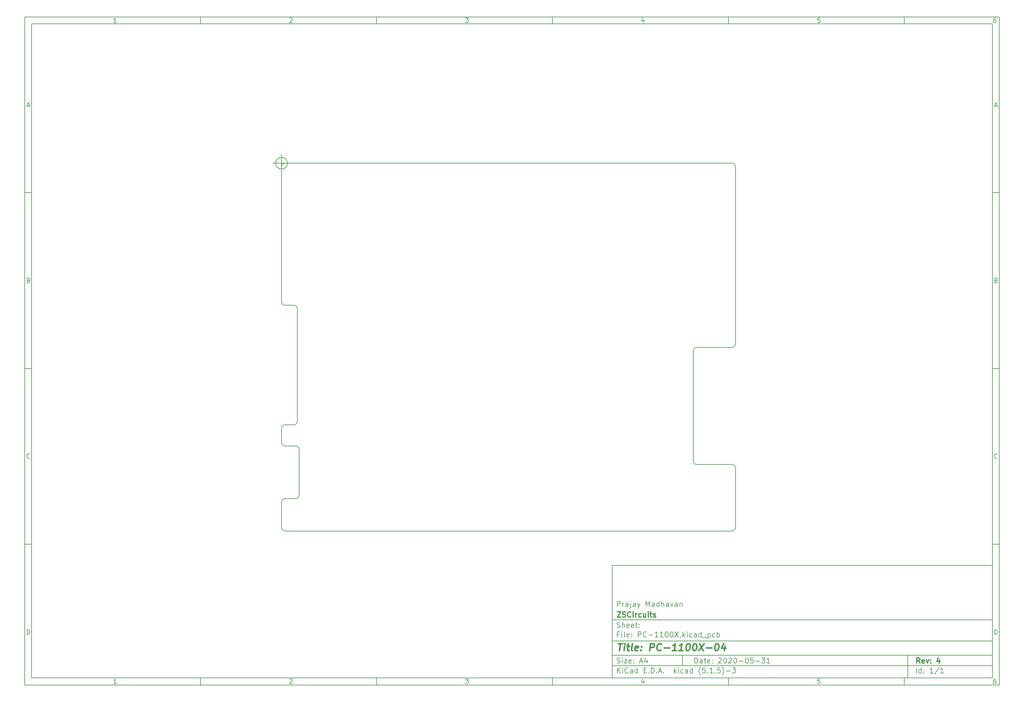
<source format=gbr>
G04 #@! TF.GenerationSoftware,KiCad,Pcbnew,(5.1.5)-3*
G04 #@! TF.CreationDate,2020-12-06T10:31:10+05:30*
G04 #@! TF.ProjectId,PC-1100X,50432d31-3130-4305-982e-6b696361645f,4*
G04 #@! TF.SameCoordinates,Original*
G04 #@! TF.FileFunction,Paste,Bot*
G04 #@! TF.FilePolarity,Positive*
%FSLAX46Y46*%
G04 Gerber Fmt 4.6, Leading zero omitted, Abs format (unit mm)*
G04 Created by KiCad (PCBNEW (5.1.5)-3) date 2020-12-06 10:31:10*
%MOMM*%
%LPD*%
G04 APERTURE LIST*
%ADD10C,0.100000*%
%ADD11C,0.150000*%
%ADD12C,0.300000*%
%ADD13C,0.400000*%
G04 #@! TA.AperFunction,Profile*
%ADD14C,0.150000*%
G04 #@! TD*
G04 APERTURE END LIST*
D10*
D11*
X177002200Y-166007200D02*
X177002200Y-198007200D01*
X285002200Y-198007200D01*
X285002200Y-166007200D01*
X177002200Y-166007200D01*
D10*
D11*
X10000000Y-10000000D02*
X10000000Y-200007200D01*
X287002200Y-200007200D01*
X287002200Y-10000000D01*
X10000000Y-10000000D01*
D10*
D11*
X12000000Y-12000000D02*
X12000000Y-198007200D01*
X285002200Y-198007200D01*
X285002200Y-12000000D01*
X12000000Y-12000000D01*
D10*
D11*
X60000000Y-12000000D02*
X60000000Y-10000000D01*
D10*
D11*
X110000000Y-12000000D02*
X110000000Y-10000000D01*
D10*
D11*
X160000000Y-12000000D02*
X160000000Y-10000000D01*
D10*
D11*
X210000000Y-12000000D02*
X210000000Y-10000000D01*
D10*
D11*
X260000000Y-12000000D02*
X260000000Y-10000000D01*
D10*
D11*
X36065476Y-11588095D02*
X35322619Y-11588095D01*
X35694047Y-11588095D02*
X35694047Y-10288095D01*
X35570238Y-10473809D01*
X35446428Y-10597619D01*
X35322619Y-10659523D01*
D10*
D11*
X85322619Y-10411904D02*
X85384523Y-10350000D01*
X85508333Y-10288095D01*
X85817857Y-10288095D01*
X85941666Y-10350000D01*
X86003571Y-10411904D01*
X86065476Y-10535714D01*
X86065476Y-10659523D01*
X86003571Y-10845238D01*
X85260714Y-11588095D01*
X86065476Y-11588095D01*
D10*
D11*
X135260714Y-10288095D02*
X136065476Y-10288095D01*
X135632142Y-10783333D01*
X135817857Y-10783333D01*
X135941666Y-10845238D01*
X136003571Y-10907142D01*
X136065476Y-11030952D01*
X136065476Y-11340476D01*
X136003571Y-11464285D01*
X135941666Y-11526190D01*
X135817857Y-11588095D01*
X135446428Y-11588095D01*
X135322619Y-11526190D01*
X135260714Y-11464285D01*
D10*
D11*
X185941666Y-10721428D02*
X185941666Y-11588095D01*
X185632142Y-10226190D02*
X185322619Y-11154761D01*
X186127380Y-11154761D01*
D10*
D11*
X236003571Y-10288095D02*
X235384523Y-10288095D01*
X235322619Y-10907142D01*
X235384523Y-10845238D01*
X235508333Y-10783333D01*
X235817857Y-10783333D01*
X235941666Y-10845238D01*
X236003571Y-10907142D01*
X236065476Y-11030952D01*
X236065476Y-11340476D01*
X236003571Y-11464285D01*
X235941666Y-11526190D01*
X235817857Y-11588095D01*
X235508333Y-11588095D01*
X235384523Y-11526190D01*
X235322619Y-11464285D01*
D10*
D11*
X285941666Y-10288095D02*
X285694047Y-10288095D01*
X285570238Y-10350000D01*
X285508333Y-10411904D01*
X285384523Y-10597619D01*
X285322619Y-10845238D01*
X285322619Y-11340476D01*
X285384523Y-11464285D01*
X285446428Y-11526190D01*
X285570238Y-11588095D01*
X285817857Y-11588095D01*
X285941666Y-11526190D01*
X286003571Y-11464285D01*
X286065476Y-11340476D01*
X286065476Y-11030952D01*
X286003571Y-10907142D01*
X285941666Y-10845238D01*
X285817857Y-10783333D01*
X285570238Y-10783333D01*
X285446428Y-10845238D01*
X285384523Y-10907142D01*
X285322619Y-11030952D01*
D10*
D11*
X60000000Y-198007200D02*
X60000000Y-200007200D01*
D10*
D11*
X110000000Y-198007200D02*
X110000000Y-200007200D01*
D10*
D11*
X160000000Y-198007200D02*
X160000000Y-200007200D01*
D10*
D11*
X210000000Y-198007200D02*
X210000000Y-200007200D01*
D10*
D11*
X260000000Y-198007200D02*
X260000000Y-200007200D01*
D10*
D11*
X36065476Y-199595295D02*
X35322619Y-199595295D01*
X35694047Y-199595295D02*
X35694047Y-198295295D01*
X35570238Y-198481009D01*
X35446428Y-198604819D01*
X35322619Y-198666723D01*
D10*
D11*
X85322619Y-198419104D02*
X85384523Y-198357200D01*
X85508333Y-198295295D01*
X85817857Y-198295295D01*
X85941666Y-198357200D01*
X86003571Y-198419104D01*
X86065476Y-198542914D01*
X86065476Y-198666723D01*
X86003571Y-198852438D01*
X85260714Y-199595295D01*
X86065476Y-199595295D01*
D10*
D11*
X135260714Y-198295295D02*
X136065476Y-198295295D01*
X135632142Y-198790533D01*
X135817857Y-198790533D01*
X135941666Y-198852438D01*
X136003571Y-198914342D01*
X136065476Y-199038152D01*
X136065476Y-199347676D01*
X136003571Y-199471485D01*
X135941666Y-199533390D01*
X135817857Y-199595295D01*
X135446428Y-199595295D01*
X135322619Y-199533390D01*
X135260714Y-199471485D01*
D10*
D11*
X185941666Y-198728628D02*
X185941666Y-199595295D01*
X185632142Y-198233390D02*
X185322619Y-199161961D01*
X186127380Y-199161961D01*
D10*
D11*
X236003571Y-198295295D02*
X235384523Y-198295295D01*
X235322619Y-198914342D01*
X235384523Y-198852438D01*
X235508333Y-198790533D01*
X235817857Y-198790533D01*
X235941666Y-198852438D01*
X236003571Y-198914342D01*
X236065476Y-199038152D01*
X236065476Y-199347676D01*
X236003571Y-199471485D01*
X235941666Y-199533390D01*
X235817857Y-199595295D01*
X235508333Y-199595295D01*
X235384523Y-199533390D01*
X235322619Y-199471485D01*
D10*
D11*
X285941666Y-198295295D02*
X285694047Y-198295295D01*
X285570238Y-198357200D01*
X285508333Y-198419104D01*
X285384523Y-198604819D01*
X285322619Y-198852438D01*
X285322619Y-199347676D01*
X285384523Y-199471485D01*
X285446428Y-199533390D01*
X285570238Y-199595295D01*
X285817857Y-199595295D01*
X285941666Y-199533390D01*
X286003571Y-199471485D01*
X286065476Y-199347676D01*
X286065476Y-199038152D01*
X286003571Y-198914342D01*
X285941666Y-198852438D01*
X285817857Y-198790533D01*
X285570238Y-198790533D01*
X285446428Y-198852438D01*
X285384523Y-198914342D01*
X285322619Y-199038152D01*
D10*
D11*
X10000000Y-60000000D02*
X12000000Y-60000000D01*
D10*
D11*
X10000000Y-110000000D02*
X12000000Y-110000000D01*
D10*
D11*
X10000000Y-160000000D02*
X12000000Y-160000000D01*
D10*
D11*
X10690476Y-35216666D02*
X11309523Y-35216666D01*
X10566666Y-35588095D02*
X11000000Y-34288095D01*
X11433333Y-35588095D01*
D10*
D11*
X11092857Y-84907142D02*
X11278571Y-84969047D01*
X11340476Y-85030952D01*
X11402380Y-85154761D01*
X11402380Y-85340476D01*
X11340476Y-85464285D01*
X11278571Y-85526190D01*
X11154761Y-85588095D01*
X10659523Y-85588095D01*
X10659523Y-84288095D01*
X11092857Y-84288095D01*
X11216666Y-84350000D01*
X11278571Y-84411904D01*
X11340476Y-84535714D01*
X11340476Y-84659523D01*
X11278571Y-84783333D01*
X11216666Y-84845238D01*
X11092857Y-84907142D01*
X10659523Y-84907142D01*
D10*
D11*
X11402380Y-135464285D02*
X11340476Y-135526190D01*
X11154761Y-135588095D01*
X11030952Y-135588095D01*
X10845238Y-135526190D01*
X10721428Y-135402380D01*
X10659523Y-135278571D01*
X10597619Y-135030952D01*
X10597619Y-134845238D01*
X10659523Y-134597619D01*
X10721428Y-134473809D01*
X10845238Y-134350000D01*
X11030952Y-134288095D01*
X11154761Y-134288095D01*
X11340476Y-134350000D01*
X11402380Y-134411904D01*
D10*
D11*
X10659523Y-185588095D02*
X10659523Y-184288095D01*
X10969047Y-184288095D01*
X11154761Y-184350000D01*
X11278571Y-184473809D01*
X11340476Y-184597619D01*
X11402380Y-184845238D01*
X11402380Y-185030952D01*
X11340476Y-185278571D01*
X11278571Y-185402380D01*
X11154761Y-185526190D01*
X10969047Y-185588095D01*
X10659523Y-185588095D01*
D10*
D11*
X287002200Y-60000000D02*
X285002200Y-60000000D01*
D10*
D11*
X287002200Y-110000000D02*
X285002200Y-110000000D01*
D10*
D11*
X287002200Y-160000000D02*
X285002200Y-160000000D01*
D10*
D11*
X285692676Y-35216666D02*
X286311723Y-35216666D01*
X285568866Y-35588095D02*
X286002200Y-34288095D01*
X286435533Y-35588095D01*
D10*
D11*
X286095057Y-84907142D02*
X286280771Y-84969047D01*
X286342676Y-85030952D01*
X286404580Y-85154761D01*
X286404580Y-85340476D01*
X286342676Y-85464285D01*
X286280771Y-85526190D01*
X286156961Y-85588095D01*
X285661723Y-85588095D01*
X285661723Y-84288095D01*
X286095057Y-84288095D01*
X286218866Y-84350000D01*
X286280771Y-84411904D01*
X286342676Y-84535714D01*
X286342676Y-84659523D01*
X286280771Y-84783333D01*
X286218866Y-84845238D01*
X286095057Y-84907142D01*
X285661723Y-84907142D01*
D10*
D11*
X286404580Y-135464285D02*
X286342676Y-135526190D01*
X286156961Y-135588095D01*
X286033152Y-135588095D01*
X285847438Y-135526190D01*
X285723628Y-135402380D01*
X285661723Y-135278571D01*
X285599819Y-135030952D01*
X285599819Y-134845238D01*
X285661723Y-134597619D01*
X285723628Y-134473809D01*
X285847438Y-134350000D01*
X286033152Y-134288095D01*
X286156961Y-134288095D01*
X286342676Y-134350000D01*
X286404580Y-134411904D01*
D10*
D11*
X285661723Y-185588095D02*
X285661723Y-184288095D01*
X285971247Y-184288095D01*
X286156961Y-184350000D01*
X286280771Y-184473809D01*
X286342676Y-184597619D01*
X286404580Y-184845238D01*
X286404580Y-185030952D01*
X286342676Y-185278571D01*
X286280771Y-185402380D01*
X286156961Y-185526190D01*
X285971247Y-185588095D01*
X285661723Y-185588095D01*
D10*
D11*
X200434342Y-193785771D02*
X200434342Y-192285771D01*
X200791485Y-192285771D01*
X201005771Y-192357200D01*
X201148628Y-192500057D01*
X201220057Y-192642914D01*
X201291485Y-192928628D01*
X201291485Y-193142914D01*
X201220057Y-193428628D01*
X201148628Y-193571485D01*
X201005771Y-193714342D01*
X200791485Y-193785771D01*
X200434342Y-193785771D01*
X202577200Y-193785771D02*
X202577200Y-193000057D01*
X202505771Y-192857200D01*
X202362914Y-192785771D01*
X202077200Y-192785771D01*
X201934342Y-192857200D01*
X202577200Y-193714342D02*
X202434342Y-193785771D01*
X202077200Y-193785771D01*
X201934342Y-193714342D01*
X201862914Y-193571485D01*
X201862914Y-193428628D01*
X201934342Y-193285771D01*
X202077200Y-193214342D01*
X202434342Y-193214342D01*
X202577200Y-193142914D01*
X203077200Y-192785771D02*
X203648628Y-192785771D01*
X203291485Y-192285771D02*
X203291485Y-193571485D01*
X203362914Y-193714342D01*
X203505771Y-193785771D01*
X203648628Y-193785771D01*
X204720057Y-193714342D02*
X204577200Y-193785771D01*
X204291485Y-193785771D01*
X204148628Y-193714342D01*
X204077200Y-193571485D01*
X204077200Y-193000057D01*
X204148628Y-192857200D01*
X204291485Y-192785771D01*
X204577200Y-192785771D01*
X204720057Y-192857200D01*
X204791485Y-193000057D01*
X204791485Y-193142914D01*
X204077200Y-193285771D01*
X205434342Y-193642914D02*
X205505771Y-193714342D01*
X205434342Y-193785771D01*
X205362914Y-193714342D01*
X205434342Y-193642914D01*
X205434342Y-193785771D01*
X205434342Y-192857200D02*
X205505771Y-192928628D01*
X205434342Y-193000057D01*
X205362914Y-192928628D01*
X205434342Y-192857200D01*
X205434342Y-193000057D01*
X207220057Y-192428628D02*
X207291485Y-192357200D01*
X207434342Y-192285771D01*
X207791485Y-192285771D01*
X207934342Y-192357200D01*
X208005771Y-192428628D01*
X208077200Y-192571485D01*
X208077200Y-192714342D01*
X208005771Y-192928628D01*
X207148628Y-193785771D01*
X208077200Y-193785771D01*
X209005771Y-192285771D02*
X209148628Y-192285771D01*
X209291485Y-192357200D01*
X209362914Y-192428628D01*
X209434342Y-192571485D01*
X209505771Y-192857200D01*
X209505771Y-193214342D01*
X209434342Y-193500057D01*
X209362914Y-193642914D01*
X209291485Y-193714342D01*
X209148628Y-193785771D01*
X209005771Y-193785771D01*
X208862914Y-193714342D01*
X208791485Y-193642914D01*
X208720057Y-193500057D01*
X208648628Y-193214342D01*
X208648628Y-192857200D01*
X208720057Y-192571485D01*
X208791485Y-192428628D01*
X208862914Y-192357200D01*
X209005771Y-192285771D01*
X210077200Y-192428628D02*
X210148628Y-192357200D01*
X210291485Y-192285771D01*
X210648628Y-192285771D01*
X210791485Y-192357200D01*
X210862914Y-192428628D01*
X210934342Y-192571485D01*
X210934342Y-192714342D01*
X210862914Y-192928628D01*
X210005771Y-193785771D01*
X210934342Y-193785771D01*
X211862914Y-192285771D02*
X212005771Y-192285771D01*
X212148628Y-192357200D01*
X212220057Y-192428628D01*
X212291485Y-192571485D01*
X212362914Y-192857200D01*
X212362914Y-193214342D01*
X212291485Y-193500057D01*
X212220057Y-193642914D01*
X212148628Y-193714342D01*
X212005771Y-193785771D01*
X211862914Y-193785771D01*
X211720057Y-193714342D01*
X211648628Y-193642914D01*
X211577200Y-193500057D01*
X211505771Y-193214342D01*
X211505771Y-192857200D01*
X211577200Y-192571485D01*
X211648628Y-192428628D01*
X211720057Y-192357200D01*
X211862914Y-192285771D01*
X213005771Y-193214342D02*
X214148628Y-193214342D01*
X215148628Y-192285771D02*
X215291485Y-192285771D01*
X215434342Y-192357200D01*
X215505771Y-192428628D01*
X215577200Y-192571485D01*
X215648628Y-192857200D01*
X215648628Y-193214342D01*
X215577200Y-193500057D01*
X215505771Y-193642914D01*
X215434342Y-193714342D01*
X215291485Y-193785771D01*
X215148628Y-193785771D01*
X215005771Y-193714342D01*
X214934342Y-193642914D01*
X214862914Y-193500057D01*
X214791485Y-193214342D01*
X214791485Y-192857200D01*
X214862914Y-192571485D01*
X214934342Y-192428628D01*
X215005771Y-192357200D01*
X215148628Y-192285771D01*
X217005771Y-192285771D02*
X216291485Y-192285771D01*
X216220057Y-193000057D01*
X216291485Y-192928628D01*
X216434342Y-192857200D01*
X216791485Y-192857200D01*
X216934342Y-192928628D01*
X217005771Y-193000057D01*
X217077200Y-193142914D01*
X217077200Y-193500057D01*
X217005771Y-193642914D01*
X216934342Y-193714342D01*
X216791485Y-193785771D01*
X216434342Y-193785771D01*
X216291485Y-193714342D01*
X216220057Y-193642914D01*
X217720057Y-193214342D02*
X218862914Y-193214342D01*
X219434342Y-192285771D02*
X220362914Y-192285771D01*
X219862914Y-192857200D01*
X220077200Y-192857200D01*
X220220057Y-192928628D01*
X220291485Y-193000057D01*
X220362914Y-193142914D01*
X220362914Y-193500057D01*
X220291485Y-193642914D01*
X220220057Y-193714342D01*
X220077200Y-193785771D01*
X219648628Y-193785771D01*
X219505771Y-193714342D01*
X219434342Y-193642914D01*
X221791485Y-193785771D02*
X220934342Y-193785771D01*
X221362914Y-193785771D02*
X221362914Y-192285771D01*
X221220057Y-192500057D01*
X221077200Y-192642914D01*
X220934342Y-192714342D01*
D10*
D11*
X177002200Y-194507200D02*
X285002200Y-194507200D01*
D10*
D11*
X178434342Y-196585771D02*
X178434342Y-195085771D01*
X179291485Y-196585771D02*
X178648628Y-195728628D01*
X179291485Y-195085771D02*
X178434342Y-195942914D01*
X179934342Y-196585771D02*
X179934342Y-195585771D01*
X179934342Y-195085771D02*
X179862914Y-195157200D01*
X179934342Y-195228628D01*
X180005771Y-195157200D01*
X179934342Y-195085771D01*
X179934342Y-195228628D01*
X181505771Y-196442914D02*
X181434342Y-196514342D01*
X181220057Y-196585771D01*
X181077200Y-196585771D01*
X180862914Y-196514342D01*
X180720057Y-196371485D01*
X180648628Y-196228628D01*
X180577200Y-195942914D01*
X180577200Y-195728628D01*
X180648628Y-195442914D01*
X180720057Y-195300057D01*
X180862914Y-195157200D01*
X181077200Y-195085771D01*
X181220057Y-195085771D01*
X181434342Y-195157200D01*
X181505771Y-195228628D01*
X182791485Y-196585771D02*
X182791485Y-195800057D01*
X182720057Y-195657200D01*
X182577200Y-195585771D01*
X182291485Y-195585771D01*
X182148628Y-195657200D01*
X182791485Y-196514342D02*
X182648628Y-196585771D01*
X182291485Y-196585771D01*
X182148628Y-196514342D01*
X182077200Y-196371485D01*
X182077200Y-196228628D01*
X182148628Y-196085771D01*
X182291485Y-196014342D01*
X182648628Y-196014342D01*
X182791485Y-195942914D01*
X184148628Y-196585771D02*
X184148628Y-195085771D01*
X184148628Y-196514342D02*
X184005771Y-196585771D01*
X183720057Y-196585771D01*
X183577200Y-196514342D01*
X183505771Y-196442914D01*
X183434342Y-196300057D01*
X183434342Y-195871485D01*
X183505771Y-195728628D01*
X183577200Y-195657200D01*
X183720057Y-195585771D01*
X184005771Y-195585771D01*
X184148628Y-195657200D01*
X186005771Y-195800057D02*
X186505771Y-195800057D01*
X186720057Y-196585771D02*
X186005771Y-196585771D01*
X186005771Y-195085771D01*
X186720057Y-195085771D01*
X187362914Y-196442914D02*
X187434342Y-196514342D01*
X187362914Y-196585771D01*
X187291485Y-196514342D01*
X187362914Y-196442914D01*
X187362914Y-196585771D01*
X188077200Y-196585771D02*
X188077200Y-195085771D01*
X188434342Y-195085771D01*
X188648628Y-195157200D01*
X188791485Y-195300057D01*
X188862914Y-195442914D01*
X188934342Y-195728628D01*
X188934342Y-195942914D01*
X188862914Y-196228628D01*
X188791485Y-196371485D01*
X188648628Y-196514342D01*
X188434342Y-196585771D01*
X188077200Y-196585771D01*
X189577200Y-196442914D02*
X189648628Y-196514342D01*
X189577200Y-196585771D01*
X189505771Y-196514342D01*
X189577200Y-196442914D01*
X189577200Y-196585771D01*
X190220057Y-196157200D02*
X190934342Y-196157200D01*
X190077200Y-196585771D02*
X190577200Y-195085771D01*
X191077200Y-196585771D01*
X191577200Y-196442914D02*
X191648628Y-196514342D01*
X191577200Y-196585771D01*
X191505771Y-196514342D01*
X191577200Y-196442914D01*
X191577200Y-196585771D01*
X194577200Y-196585771D02*
X194577200Y-195085771D01*
X194720057Y-196014342D02*
X195148628Y-196585771D01*
X195148628Y-195585771D02*
X194577200Y-196157200D01*
X195791485Y-196585771D02*
X195791485Y-195585771D01*
X195791485Y-195085771D02*
X195720057Y-195157200D01*
X195791485Y-195228628D01*
X195862914Y-195157200D01*
X195791485Y-195085771D01*
X195791485Y-195228628D01*
X197148628Y-196514342D02*
X197005771Y-196585771D01*
X196720057Y-196585771D01*
X196577200Y-196514342D01*
X196505771Y-196442914D01*
X196434342Y-196300057D01*
X196434342Y-195871485D01*
X196505771Y-195728628D01*
X196577200Y-195657200D01*
X196720057Y-195585771D01*
X197005771Y-195585771D01*
X197148628Y-195657200D01*
X198434342Y-196585771D02*
X198434342Y-195800057D01*
X198362914Y-195657200D01*
X198220057Y-195585771D01*
X197934342Y-195585771D01*
X197791485Y-195657200D01*
X198434342Y-196514342D02*
X198291485Y-196585771D01*
X197934342Y-196585771D01*
X197791485Y-196514342D01*
X197720057Y-196371485D01*
X197720057Y-196228628D01*
X197791485Y-196085771D01*
X197934342Y-196014342D01*
X198291485Y-196014342D01*
X198434342Y-195942914D01*
X199791485Y-196585771D02*
X199791485Y-195085771D01*
X199791485Y-196514342D02*
X199648628Y-196585771D01*
X199362914Y-196585771D01*
X199220057Y-196514342D01*
X199148628Y-196442914D01*
X199077200Y-196300057D01*
X199077200Y-195871485D01*
X199148628Y-195728628D01*
X199220057Y-195657200D01*
X199362914Y-195585771D01*
X199648628Y-195585771D01*
X199791485Y-195657200D01*
X202077200Y-197157200D02*
X202005771Y-197085771D01*
X201862914Y-196871485D01*
X201791485Y-196728628D01*
X201720057Y-196514342D01*
X201648628Y-196157200D01*
X201648628Y-195871485D01*
X201720057Y-195514342D01*
X201791485Y-195300057D01*
X201862914Y-195157200D01*
X202005771Y-194942914D01*
X202077200Y-194871485D01*
X203362914Y-195085771D02*
X202648628Y-195085771D01*
X202577200Y-195800057D01*
X202648628Y-195728628D01*
X202791485Y-195657200D01*
X203148628Y-195657200D01*
X203291485Y-195728628D01*
X203362914Y-195800057D01*
X203434342Y-195942914D01*
X203434342Y-196300057D01*
X203362914Y-196442914D01*
X203291485Y-196514342D01*
X203148628Y-196585771D01*
X202791485Y-196585771D01*
X202648628Y-196514342D01*
X202577200Y-196442914D01*
X204077200Y-196442914D02*
X204148628Y-196514342D01*
X204077200Y-196585771D01*
X204005771Y-196514342D01*
X204077200Y-196442914D01*
X204077200Y-196585771D01*
X205577200Y-196585771D02*
X204720057Y-196585771D01*
X205148628Y-196585771D02*
X205148628Y-195085771D01*
X205005771Y-195300057D01*
X204862914Y-195442914D01*
X204720057Y-195514342D01*
X206220057Y-196442914D02*
X206291485Y-196514342D01*
X206220057Y-196585771D01*
X206148628Y-196514342D01*
X206220057Y-196442914D01*
X206220057Y-196585771D01*
X207648628Y-195085771D02*
X206934342Y-195085771D01*
X206862914Y-195800057D01*
X206934342Y-195728628D01*
X207077200Y-195657200D01*
X207434342Y-195657200D01*
X207577200Y-195728628D01*
X207648628Y-195800057D01*
X207720057Y-195942914D01*
X207720057Y-196300057D01*
X207648628Y-196442914D01*
X207577200Y-196514342D01*
X207434342Y-196585771D01*
X207077200Y-196585771D01*
X206934342Y-196514342D01*
X206862914Y-196442914D01*
X208220057Y-197157200D02*
X208291485Y-197085771D01*
X208434342Y-196871485D01*
X208505771Y-196728628D01*
X208577200Y-196514342D01*
X208648628Y-196157200D01*
X208648628Y-195871485D01*
X208577200Y-195514342D01*
X208505771Y-195300057D01*
X208434342Y-195157200D01*
X208291485Y-194942914D01*
X208220057Y-194871485D01*
X209362914Y-196014342D02*
X210505771Y-196014342D01*
X211077200Y-195085771D02*
X212005771Y-195085771D01*
X211505771Y-195657200D01*
X211720057Y-195657200D01*
X211862914Y-195728628D01*
X211934342Y-195800057D01*
X212005771Y-195942914D01*
X212005771Y-196300057D01*
X211934342Y-196442914D01*
X211862914Y-196514342D01*
X211720057Y-196585771D01*
X211291485Y-196585771D01*
X211148628Y-196514342D01*
X211077200Y-196442914D01*
D10*
D11*
X177002200Y-191507200D02*
X285002200Y-191507200D01*
D10*
D12*
X264411485Y-193785771D02*
X263911485Y-193071485D01*
X263554342Y-193785771D02*
X263554342Y-192285771D01*
X264125771Y-192285771D01*
X264268628Y-192357200D01*
X264340057Y-192428628D01*
X264411485Y-192571485D01*
X264411485Y-192785771D01*
X264340057Y-192928628D01*
X264268628Y-193000057D01*
X264125771Y-193071485D01*
X263554342Y-193071485D01*
X265625771Y-193714342D02*
X265482914Y-193785771D01*
X265197200Y-193785771D01*
X265054342Y-193714342D01*
X264982914Y-193571485D01*
X264982914Y-193000057D01*
X265054342Y-192857200D01*
X265197200Y-192785771D01*
X265482914Y-192785771D01*
X265625771Y-192857200D01*
X265697200Y-193000057D01*
X265697200Y-193142914D01*
X264982914Y-193285771D01*
X266197200Y-192785771D02*
X266554342Y-193785771D01*
X266911485Y-192785771D01*
X267482914Y-193642914D02*
X267554342Y-193714342D01*
X267482914Y-193785771D01*
X267411485Y-193714342D01*
X267482914Y-193642914D01*
X267482914Y-193785771D01*
X267482914Y-192857200D02*
X267554342Y-192928628D01*
X267482914Y-193000057D01*
X267411485Y-192928628D01*
X267482914Y-192857200D01*
X267482914Y-193000057D01*
X269982914Y-192785771D02*
X269982914Y-193785771D01*
X269625771Y-192214342D02*
X269268628Y-193285771D01*
X270197200Y-193285771D01*
D10*
D11*
X178362914Y-193714342D02*
X178577200Y-193785771D01*
X178934342Y-193785771D01*
X179077200Y-193714342D01*
X179148628Y-193642914D01*
X179220057Y-193500057D01*
X179220057Y-193357200D01*
X179148628Y-193214342D01*
X179077200Y-193142914D01*
X178934342Y-193071485D01*
X178648628Y-193000057D01*
X178505771Y-192928628D01*
X178434342Y-192857200D01*
X178362914Y-192714342D01*
X178362914Y-192571485D01*
X178434342Y-192428628D01*
X178505771Y-192357200D01*
X178648628Y-192285771D01*
X179005771Y-192285771D01*
X179220057Y-192357200D01*
X179862914Y-193785771D02*
X179862914Y-192785771D01*
X179862914Y-192285771D02*
X179791485Y-192357200D01*
X179862914Y-192428628D01*
X179934342Y-192357200D01*
X179862914Y-192285771D01*
X179862914Y-192428628D01*
X180434342Y-192785771D02*
X181220057Y-192785771D01*
X180434342Y-193785771D01*
X181220057Y-193785771D01*
X182362914Y-193714342D02*
X182220057Y-193785771D01*
X181934342Y-193785771D01*
X181791485Y-193714342D01*
X181720057Y-193571485D01*
X181720057Y-193000057D01*
X181791485Y-192857200D01*
X181934342Y-192785771D01*
X182220057Y-192785771D01*
X182362914Y-192857200D01*
X182434342Y-193000057D01*
X182434342Y-193142914D01*
X181720057Y-193285771D01*
X183077200Y-193642914D02*
X183148628Y-193714342D01*
X183077200Y-193785771D01*
X183005771Y-193714342D01*
X183077200Y-193642914D01*
X183077200Y-193785771D01*
X183077200Y-192857200D02*
X183148628Y-192928628D01*
X183077200Y-193000057D01*
X183005771Y-192928628D01*
X183077200Y-192857200D01*
X183077200Y-193000057D01*
X184862914Y-193357200D02*
X185577200Y-193357200D01*
X184720057Y-193785771D02*
X185220057Y-192285771D01*
X185720057Y-193785771D01*
X186862914Y-192785771D02*
X186862914Y-193785771D01*
X186505771Y-192214342D02*
X186148628Y-193285771D01*
X187077200Y-193285771D01*
D10*
D11*
X263434342Y-196585771D02*
X263434342Y-195085771D01*
X264791485Y-196585771D02*
X264791485Y-195085771D01*
X264791485Y-196514342D02*
X264648628Y-196585771D01*
X264362914Y-196585771D01*
X264220057Y-196514342D01*
X264148628Y-196442914D01*
X264077200Y-196300057D01*
X264077200Y-195871485D01*
X264148628Y-195728628D01*
X264220057Y-195657200D01*
X264362914Y-195585771D01*
X264648628Y-195585771D01*
X264791485Y-195657200D01*
X265505771Y-196442914D02*
X265577200Y-196514342D01*
X265505771Y-196585771D01*
X265434342Y-196514342D01*
X265505771Y-196442914D01*
X265505771Y-196585771D01*
X265505771Y-195657200D02*
X265577200Y-195728628D01*
X265505771Y-195800057D01*
X265434342Y-195728628D01*
X265505771Y-195657200D01*
X265505771Y-195800057D01*
X268148628Y-196585771D02*
X267291485Y-196585771D01*
X267720057Y-196585771D02*
X267720057Y-195085771D01*
X267577200Y-195300057D01*
X267434342Y-195442914D01*
X267291485Y-195514342D01*
X269862914Y-195014342D02*
X268577200Y-196942914D01*
X271148628Y-196585771D02*
X270291485Y-196585771D01*
X270720057Y-196585771D02*
X270720057Y-195085771D01*
X270577200Y-195300057D01*
X270434342Y-195442914D01*
X270291485Y-195514342D01*
D10*
D11*
X177002200Y-187507200D02*
X285002200Y-187507200D01*
D10*
D13*
X178714580Y-188211961D02*
X179857438Y-188211961D01*
X179036009Y-190211961D02*
X179286009Y-188211961D01*
X180274104Y-190211961D02*
X180440771Y-188878628D01*
X180524104Y-188211961D02*
X180416961Y-188307200D01*
X180500295Y-188402438D01*
X180607438Y-188307200D01*
X180524104Y-188211961D01*
X180500295Y-188402438D01*
X181107438Y-188878628D02*
X181869342Y-188878628D01*
X181476485Y-188211961D02*
X181262200Y-189926247D01*
X181333628Y-190116723D01*
X181512200Y-190211961D01*
X181702676Y-190211961D01*
X182655057Y-190211961D02*
X182476485Y-190116723D01*
X182405057Y-189926247D01*
X182619342Y-188211961D01*
X184190771Y-190116723D02*
X183988390Y-190211961D01*
X183607438Y-190211961D01*
X183428866Y-190116723D01*
X183357438Y-189926247D01*
X183452676Y-189164342D01*
X183571723Y-188973866D01*
X183774104Y-188878628D01*
X184155057Y-188878628D01*
X184333628Y-188973866D01*
X184405057Y-189164342D01*
X184381247Y-189354819D01*
X183405057Y-189545295D01*
X185155057Y-190021485D02*
X185238390Y-190116723D01*
X185131247Y-190211961D01*
X185047914Y-190116723D01*
X185155057Y-190021485D01*
X185131247Y-190211961D01*
X185286009Y-188973866D02*
X185369342Y-189069104D01*
X185262200Y-189164342D01*
X185178866Y-189069104D01*
X185286009Y-188973866D01*
X185262200Y-189164342D01*
X187607438Y-190211961D02*
X187857438Y-188211961D01*
X188619342Y-188211961D01*
X188797914Y-188307200D01*
X188881247Y-188402438D01*
X188952676Y-188592914D01*
X188916961Y-188878628D01*
X188797914Y-189069104D01*
X188690771Y-189164342D01*
X188488390Y-189259580D01*
X187726485Y-189259580D01*
X190774104Y-190021485D02*
X190666961Y-190116723D01*
X190369342Y-190211961D01*
X190178866Y-190211961D01*
X189905057Y-190116723D01*
X189738390Y-189926247D01*
X189666961Y-189735771D01*
X189619342Y-189354819D01*
X189655057Y-189069104D01*
X189797914Y-188688152D01*
X189916961Y-188497676D01*
X190131247Y-188307200D01*
X190428866Y-188211961D01*
X190619342Y-188211961D01*
X190893152Y-188307200D01*
X190976485Y-188402438D01*
X191702676Y-189450057D02*
X193226485Y-189450057D01*
X195131247Y-190211961D02*
X193988390Y-190211961D01*
X194559819Y-190211961D02*
X194809819Y-188211961D01*
X194583628Y-188497676D01*
X194369342Y-188688152D01*
X194166961Y-188783390D01*
X197036009Y-190211961D02*
X195893152Y-190211961D01*
X196464580Y-190211961D02*
X196714580Y-188211961D01*
X196488390Y-188497676D01*
X196274104Y-188688152D01*
X196071723Y-188783390D01*
X198524104Y-188211961D02*
X198714580Y-188211961D01*
X198893152Y-188307200D01*
X198976485Y-188402438D01*
X199047914Y-188592914D01*
X199095533Y-188973866D01*
X199036009Y-189450057D01*
X198893152Y-189831009D01*
X198774104Y-190021485D01*
X198666961Y-190116723D01*
X198464580Y-190211961D01*
X198274104Y-190211961D01*
X198095533Y-190116723D01*
X198012200Y-190021485D01*
X197940771Y-189831009D01*
X197893152Y-189450057D01*
X197952676Y-188973866D01*
X198095533Y-188592914D01*
X198214580Y-188402438D01*
X198321723Y-188307200D01*
X198524104Y-188211961D01*
X200428866Y-188211961D02*
X200619342Y-188211961D01*
X200797914Y-188307200D01*
X200881247Y-188402438D01*
X200952676Y-188592914D01*
X201000295Y-188973866D01*
X200940771Y-189450057D01*
X200797914Y-189831009D01*
X200678866Y-190021485D01*
X200571723Y-190116723D01*
X200369342Y-190211961D01*
X200178866Y-190211961D01*
X200000295Y-190116723D01*
X199916961Y-190021485D01*
X199845533Y-189831009D01*
X199797914Y-189450057D01*
X199857438Y-188973866D01*
X200000295Y-188592914D01*
X200119342Y-188402438D01*
X200226485Y-188307200D01*
X200428866Y-188211961D01*
X201762200Y-188211961D02*
X202845533Y-190211961D01*
X203095533Y-188211961D02*
X201512200Y-190211961D01*
X203702676Y-189450057D02*
X205226485Y-189450057D01*
X206714580Y-188211961D02*
X206905057Y-188211961D01*
X207083628Y-188307200D01*
X207166961Y-188402438D01*
X207238390Y-188592914D01*
X207286009Y-188973866D01*
X207226485Y-189450057D01*
X207083628Y-189831009D01*
X206964580Y-190021485D01*
X206857438Y-190116723D01*
X206655057Y-190211961D01*
X206464580Y-190211961D01*
X206286009Y-190116723D01*
X206202676Y-190021485D01*
X206131247Y-189831009D01*
X206083628Y-189450057D01*
X206143152Y-188973866D01*
X206286009Y-188592914D01*
X206405057Y-188402438D01*
X206512200Y-188307200D01*
X206714580Y-188211961D01*
X209012200Y-188878628D02*
X208845533Y-190211961D01*
X208631247Y-188116723D02*
X207976485Y-189545295D01*
X209214580Y-189545295D01*
D10*
D11*
X178934342Y-185600057D02*
X178434342Y-185600057D01*
X178434342Y-186385771D02*
X178434342Y-184885771D01*
X179148628Y-184885771D01*
X179720057Y-186385771D02*
X179720057Y-185385771D01*
X179720057Y-184885771D02*
X179648628Y-184957200D01*
X179720057Y-185028628D01*
X179791485Y-184957200D01*
X179720057Y-184885771D01*
X179720057Y-185028628D01*
X180648628Y-186385771D02*
X180505771Y-186314342D01*
X180434342Y-186171485D01*
X180434342Y-184885771D01*
X181791485Y-186314342D02*
X181648628Y-186385771D01*
X181362914Y-186385771D01*
X181220057Y-186314342D01*
X181148628Y-186171485D01*
X181148628Y-185600057D01*
X181220057Y-185457200D01*
X181362914Y-185385771D01*
X181648628Y-185385771D01*
X181791485Y-185457200D01*
X181862914Y-185600057D01*
X181862914Y-185742914D01*
X181148628Y-185885771D01*
X182505771Y-186242914D02*
X182577200Y-186314342D01*
X182505771Y-186385771D01*
X182434342Y-186314342D01*
X182505771Y-186242914D01*
X182505771Y-186385771D01*
X182505771Y-185457200D02*
X182577200Y-185528628D01*
X182505771Y-185600057D01*
X182434342Y-185528628D01*
X182505771Y-185457200D01*
X182505771Y-185600057D01*
X184362914Y-186385771D02*
X184362914Y-184885771D01*
X184934342Y-184885771D01*
X185077200Y-184957200D01*
X185148628Y-185028628D01*
X185220057Y-185171485D01*
X185220057Y-185385771D01*
X185148628Y-185528628D01*
X185077200Y-185600057D01*
X184934342Y-185671485D01*
X184362914Y-185671485D01*
X186720057Y-186242914D02*
X186648628Y-186314342D01*
X186434342Y-186385771D01*
X186291485Y-186385771D01*
X186077200Y-186314342D01*
X185934342Y-186171485D01*
X185862914Y-186028628D01*
X185791485Y-185742914D01*
X185791485Y-185528628D01*
X185862914Y-185242914D01*
X185934342Y-185100057D01*
X186077200Y-184957200D01*
X186291485Y-184885771D01*
X186434342Y-184885771D01*
X186648628Y-184957200D01*
X186720057Y-185028628D01*
X187362914Y-185814342D02*
X188505771Y-185814342D01*
X190005771Y-186385771D02*
X189148628Y-186385771D01*
X189577200Y-186385771D02*
X189577200Y-184885771D01*
X189434342Y-185100057D01*
X189291485Y-185242914D01*
X189148628Y-185314342D01*
X191434342Y-186385771D02*
X190577200Y-186385771D01*
X191005771Y-186385771D02*
X191005771Y-184885771D01*
X190862914Y-185100057D01*
X190720057Y-185242914D01*
X190577200Y-185314342D01*
X192362914Y-184885771D02*
X192505771Y-184885771D01*
X192648628Y-184957200D01*
X192720057Y-185028628D01*
X192791485Y-185171485D01*
X192862914Y-185457200D01*
X192862914Y-185814342D01*
X192791485Y-186100057D01*
X192720057Y-186242914D01*
X192648628Y-186314342D01*
X192505771Y-186385771D01*
X192362914Y-186385771D01*
X192220057Y-186314342D01*
X192148628Y-186242914D01*
X192077200Y-186100057D01*
X192005771Y-185814342D01*
X192005771Y-185457200D01*
X192077200Y-185171485D01*
X192148628Y-185028628D01*
X192220057Y-184957200D01*
X192362914Y-184885771D01*
X193791485Y-184885771D02*
X193934342Y-184885771D01*
X194077200Y-184957200D01*
X194148628Y-185028628D01*
X194220057Y-185171485D01*
X194291485Y-185457200D01*
X194291485Y-185814342D01*
X194220057Y-186100057D01*
X194148628Y-186242914D01*
X194077200Y-186314342D01*
X193934342Y-186385771D01*
X193791485Y-186385771D01*
X193648628Y-186314342D01*
X193577200Y-186242914D01*
X193505771Y-186100057D01*
X193434342Y-185814342D01*
X193434342Y-185457200D01*
X193505771Y-185171485D01*
X193577200Y-185028628D01*
X193648628Y-184957200D01*
X193791485Y-184885771D01*
X194791485Y-184885771D02*
X195791485Y-186385771D01*
X195791485Y-184885771D02*
X194791485Y-186385771D01*
X196362914Y-186242914D02*
X196434342Y-186314342D01*
X196362914Y-186385771D01*
X196291485Y-186314342D01*
X196362914Y-186242914D01*
X196362914Y-186385771D01*
X197077200Y-186385771D02*
X197077200Y-184885771D01*
X197220057Y-185814342D02*
X197648628Y-186385771D01*
X197648628Y-185385771D02*
X197077200Y-185957200D01*
X198291485Y-186385771D02*
X198291485Y-185385771D01*
X198291485Y-184885771D02*
X198220057Y-184957200D01*
X198291485Y-185028628D01*
X198362914Y-184957200D01*
X198291485Y-184885771D01*
X198291485Y-185028628D01*
X199648628Y-186314342D02*
X199505771Y-186385771D01*
X199220057Y-186385771D01*
X199077200Y-186314342D01*
X199005771Y-186242914D01*
X198934342Y-186100057D01*
X198934342Y-185671485D01*
X199005771Y-185528628D01*
X199077200Y-185457200D01*
X199220057Y-185385771D01*
X199505771Y-185385771D01*
X199648628Y-185457200D01*
X200934342Y-186385771D02*
X200934342Y-185600057D01*
X200862914Y-185457200D01*
X200720057Y-185385771D01*
X200434342Y-185385771D01*
X200291485Y-185457200D01*
X200934342Y-186314342D02*
X200791485Y-186385771D01*
X200434342Y-186385771D01*
X200291485Y-186314342D01*
X200220057Y-186171485D01*
X200220057Y-186028628D01*
X200291485Y-185885771D01*
X200434342Y-185814342D01*
X200791485Y-185814342D01*
X200934342Y-185742914D01*
X202291485Y-186385771D02*
X202291485Y-184885771D01*
X202291485Y-186314342D02*
X202148628Y-186385771D01*
X201862914Y-186385771D01*
X201720057Y-186314342D01*
X201648628Y-186242914D01*
X201577200Y-186100057D01*
X201577200Y-185671485D01*
X201648628Y-185528628D01*
X201720057Y-185457200D01*
X201862914Y-185385771D01*
X202148628Y-185385771D01*
X202291485Y-185457200D01*
X202648628Y-186528628D02*
X203791485Y-186528628D01*
X204148628Y-185385771D02*
X204148628Y-186885771D01*
X204148628Y-185457200D02*
X204291485Y-185385771D01*
X204577200Y-185385771D01*
X204720057Y-185457200D01*
X204791485Y-185528628D01*
X204862914Y-185671485D01*
X204862914Y-186100057D01*
X204791485Y-186242914D01*
X204720057Y-186314342D01*
X204577200Y-186385771D01*
X204291485Y-186385771D01*
X204148628Y-186314342D01*
X206148628Y-186314342D02*
X206005771Y-186385771D01*
X205720057Y-186385771D01*
X205577200Y-186314342D01*
X205505771Y-186242914D01*
X205434342Y-186100057D01*
X205434342Y-185671485D01*
X205505771Y-185528628D01*
X205577200Y-185457200D01*
X205720057Y-185385771D01*
X206005771Y-185385771D01*
X206148628Y-185457200D01*
X206791485Y-186385771D02*
X206791485Y-184885771D01*
X206791485Y-185457200D02*
X206934342Y-185385771D01*
X207220057Y-185385771D01*
X207362914Y-185457200D01*
X207434342Y-185528628D01*
X207505771Y-185671485D01*
X207505771Y-186100057D01*
X207434342Y-186242914D01*
X207362914Y-186314342D01*
X207220057Y-186385771D01*
X206934342Y-186385771D01*
X206791485Y-186314342D01*
D10*
D11*
X177002200Y-181507200D02*
X285002200Y-181507200D01*
D10*
D11*
X178362914Y-183614342D02*
X178577200Y-183685771D01*
X178934342Y-183685771D01*
X179077200Y-183614342D01*
X179148628Y-183542914D01*
X179220057Y-183400057D01*
X179220057Y-183257200D01*
X179148628Y-183114342D01*
X179077200Y-183042914D01*
X178934342Y-182971485D01*
X178648628Y-182900057D01*
X178505771Y-182828628D01*
X178434342Y-182757200D01*
X178362914Y-182614342D01*
X178362914Y-182471485D01*
X178434342Y-182328628D01*
X178505771Y-182257200D01*
X178648628Y-182185771D01*
X179005771Y-182185771D01*
X179220057Y-182257200D01*
X179862914Y-183685771D02*
X179862914Y-182185771D01*
X180505771Y-183685771D02*
X180505771Y-182900057D01*
X180434342Y-182757200D01*
X180291485Y-182685771D01*
X180077200Y-182685771D01*
X179934342Y-182757200D01*
X179862914Y-182828628D01*
X181791485Y-183614342D02*
X181648628Y-183685771D01*
X181362914Y-183685771D01*
X181220057Y-183614342D01*
X181148628Y-183471485D01*
X181148628Y-182900057D01*
X181220057Y-182757200D01*
X181362914Y-182685771D01*
X181648628Y-182685771D01*
X181791485Y-182757200D01*
X181862914Y-182900057D01*
X181862914Y-183042914D01*
X181148628Y-183185771D01*
X183077200Y-183614342D02*
X182934342Y-183685771D01*
X182648628Y-183685771D01*
X182505771Y-183614342D01*
X182434342Y-183471485D01*
X182434342Y-182900057D01*
X182505771Y-182757200D01*
X182648628Y-182685771D01*
X182934342Y-182685771D01*
X183077200Y-182757200D01*
X183148628Y-182900057D01*
X183148628Y-183042914D01*
X182434342Y-183185771D01*
X183577200Y-182685771D02*
X184148628Y-182685771D01*
X183791485Y-182185771D02*
X183791485Y-183471485D01*
X183862914Y-183614342D01*
X184005771Y-183685771D01*
X184148628Y-183685771D01*
X184648628Y-183542914D02*
X184720057Y-183614342D01*
X184648628Y-183685771D01*
X184577200Y-183614342D01*
X184648628Y-183542914D01*
X184648628Y-183685771D01*
X184648628Y-182757200D02*
X184720057Y-182828628D01*
X184648628Y-182900057D01*
X184577200Y-182828628D01*
X184648628Y-182757200D01*
X184648628Y-182900057D01*
D10*
D12*
X178411485Y-179185771D02*
X179411485Y-179185771D01*
X178411485Y-180685771D01*
X179411485Y-180685771D01*
X179911485Y-180614342D02*
X180125771Y-180685771D01*
X180482914Y-180685771D01*
X180625771Y-180614342D01*
X180697200Y-180542914D01*
X180768628Y-180400057D01*
X180768628Y-180257200D01*
X180697200Y-180114342D01*
X180625771Y-180042914D01*
X180482914Y-179971485D01*
X180197200Y-179900057D01*
X180054342Y-179828628D01*
X179982914Y-179757200D01*
X179911485Y-179614342D01*
X179911485Y-179471485D01*
X179982914Y-179328628D01*
X180054342Y-179257200D01*
X180197200Y-179185771D01*
X180554342Y-179185771D01*
X180768628Y-179257200D01*
X182268628Y-180542914D02*
X182197200Y-180614342D01*
X181982914Y-180685771D01*
X181840057Y-180685771D01*
X181625771Y-180614342D01*
X181482914Y-180471485D01*
X181411485Y-180328628D01*
X181340057Y-180042914D01*
X181340057Y-179828628D01*
X181411485Y-179542914D01*
X181482914Y-179400057D01*
X181625771Y-179257200D01*
X181840057Y-179185771D01*
X181982914Y-179185771D01*
X182197200Y-179257200D01*
X182268628Y-179328628D01*
X182911485Y-180685771D02*
X182911485Y-179685771D01*
X182911485Y-179185771D02*
X182840057Y-179257200D01*
X182911485Y-179328628D01*
X182982914Y-179257200D01*
X182911485Y-179185771D01*
X182911485Y-179328628D01*
X183625771Y-180685771D02*
X183625771Y-179685771D01*
X183625771Y-179971485D02*
X183697200Y-179828628D01*
X183768628Y-179757200D01*
X183911485Y-179685771D01*
X184054342Y-179685771D01*
X185197200Y-180614342D02*
X185054342Y-180685771D01*
X184768628Y-180685771D01*
X184625771Y-180614342D01*
X184554342Y-180542914D01*
X184482914Y-180400057D01*
X184482914Y-179971485D01*
X184554342Y-179828628D01*
X184625771Y-179757200D01*
X184768628Y-179685771D01*
X185054342Y-179685771D01*
X185197200Y-179757200D01*
X186482914Y-179685771D02*
X186482914Y-180685771D01*
X185840057Y-179685771D02*
X185840057Y-180471485D01*
X185911485Y-180614342D01*
X186054342Y-180685771D01*
X186268628Y-180685771D01*
X186411485Y-180614342D01*
X186482914Y-180542914D01*
X187197200Y-180685771D02*
X187197200Y-179685771D01*
X187197200Y-179185771D02*
X187125771Y-179257200D01*
X187197200Y-179328628D01*
X187268628Y-179257200D01*
X187197200Y-179185771D01*
X187197200Y-179328628D01*
X187697200Y-179685771D02*
X188268628Y-179685771D01*
X187911485Y-179185771D02*
X187911485Y-180471485D01*
X187982914Y-180614342D01*
X188125771Y-180685771D01*
X188268628Y-180685771D01*
X188697200Y-180614342D02*
X188840057Y-180685771D01*
X189125771Y-180685771D01*
X189268628Y-180614342D01*
X189340057Y-180471485D01*
X189340057Y-180400057D01*
X189268628Y-180257200D01*
X189125771Y-180185771D01*
X188911485Y-180185771D01*
X188768628Y-180114342D01*
X188697200Y-179971485D01*
X188697200Y-179900057D01*
X188768628Y-179757200D01*
X188911485Y-179685771D01*
X189125771Y-179685771D01*
X189268628Y-179757200D01*
D10*
D11*
X178434342Y-177685771D02*
X178434342Y-176185771D01*
X179005771Y-176185771D01*
X179148628Y-176257200D01*
X179220057Y-176328628D01*
X179291485Y-176471485D01*
X179291485Y-176685771D01*
X179220057Y-176828628D01*
X179148628Y-176900057D01*
X179005771Y-176971485D01*
X178434342Y-176971485D01*
X179934342Y-177685771D02*
X179934342Y-176685771D01*
X179934342Y-176971485D02*
X180005771Y-176828628D01*
X180077200Y-176757200D01*
X180220057Y-176685771D01*
X180362914Y-176685771D01*
X181505771Y-177685771D02*
X181505771Y-176900057D01*
X181434342Y-176757200D01*
X181291485Y-176685771D01*
X181005771Y-176685771D01*
X180862914Y-176757200D01*
X181505771Y-177614342D02*
X181362914Y-177685771D01*
X181005771Y-177685771D01*
X180862914Y-177614342D01*
X180791485Y-177471485D01*
X180791485Y-177328628D01*
X180862914Y-177185771D01*
X181005771Y-177114342D01*
X181362914Y-177114342D01*
X181505771Y-177042914D01*
X182220057Y-176685771D02*
X182220057Y-177971485D01*
X182148628Y-178114342D01*
X182005771Y-178185771D01*
X181934342Y-178185771D01*
X182220057Y-176185771D02*
X182148628Y-176257200D01*
X182220057Y-176328628D01*
X182291485Y-176257200D01*
X182220057Y-176185771D01*
X182220057Y-176328628D01*
X183577200Y-177685771D02*
X183577200Y-176900057D01*
X183505771Y-176757200D01*
X183362914Y-176685771D01*
X183077200Y-176685771D01*
X182934342Y-176757200D01*
X183577200Y-177614342D02*
X183434342Y-177685771D01*
X183077200Y-177685771D01*
X182934342Y-177614342D01*
X182862914Y-177471485D01*
X182862914Y-177328628D01*
X182934342Y-177185771D01*
X183077200Y-177114342D01*
X183434342Y-177114342D01*
X183577200Y-177042914D01*
X184148628Y-176685771D02*
X184505771Y-177685771D01*
X184862914Y-176685771D02*
X184505771Y-177685771D01*
X184362914Y-178042914D01*
X184291485Y-178114342D01*
X184148628Y-178185771D01*
X186577200Y-177685771D02*
X186577200Y-176185771D01*
X187077200Y-177257200D01*
X187577200Y-176185771D01*
X187577200Y-177685771D01*
X188934342Y-177685771D02*
X188934342Y-176900057D01*
X188862914Y-176757200D01*
X188720057Y-176685771D01*
X188434342Y-176685771D01*
X188291485Y-176757200D01*
X188934342Y-177614342D02*
X188791485Y-177685771D01*
X188434342Y-177685771D01*
X188291485Y-177614342D01*
X188220057Y-177471485D01*
X188220057Y-177328628D01*
X188291485Y-177185771D01*
X188434342Y-177114342D01*
X188791485Y-177114342D01*
X188934342Y-177042914D01*
X190291485Y-177685771D02*
X190291485Y-176185771D01*
X190291485Y-177614342D02*
X190148628Y-177685771D01*
X189862914Y-177685771D01*
X189720057Y-177614342D01*
X189648628Y-177542914D01*
X189577200Y-177400057D01*
X189577200Y-176971485D01*
X189648628Y-176828628D01*
X189720057Y-176757200D01*
X189862914Y-176685771D01*
X190148628Y-176685771D01*
X190291485Y-176757200D01*
X191005771Y-177685771D02*
X191005771Y-176185771D01*
X191648628Y-177685771D02*
X191648628Y-176900057D01*
X191577200Y-176757200D01*
X191434342Y-176685771D01*
X191220057Y-176685771D01*
X191077200Y-176757200D01*
X191005771Y-176828628D01*
X193005771Y-177685771D02*
X193005771Y-176900057D01*
X192934342Y-176757200D01*
X192791485Y-176685771D01*
X192505771Y-176685771D01*
X192362914Y-176757200D01*
X193005771Y-177614342D02*
X192862914Y-177685771D01*
X192505771Y-177685771D01*
X192362914Y-177614342D01*
X192291485Y-177471485D01*
X192291485Y-177328628D01*
X192362914Y-177185771D01*
X192505771Y-177114342D01*
X192862914Y-177114342D01*
X193005771Y-177042914D01*
X193577200Y-176685771D02*
X193934342Y-177685771D01*
X194291485Y-176685771D01*
X195505771Y-177685771D02*
X195505771Y-176900057D01*
X195434342Y-176757200D01*
X195291485Y-176685771D01*
X195005771Y-176685771D01*
X194862914Y-176757200D01*
X195505771Y-177614342D02*
X195362914Y-177685771D01*
X195005771Y-177685771D01*
X194862914Y-177614342D01*
X194791485Y-177471485D01*
X194791485Y-177328628D01*
X194862914Y-177185771D01*
X195005771Y-177114342D01*
X195362914Y-177114342D01*
X195505771Y-177042914D01*
X196220057Y-176685771D02*
X196220057Y-177685771D01*
X196220057Y-176828628D02*
X196291485Y-176757200D01*
X196434342Y-176685771D01*
X196648628Y-176685771D01*
X196791485Y-176757200D01*
X196862914Y-176900057D01*
X196862914Y-177685771D01*
D10*
D11*
X197002200Y-191507200D02*
X197002200Y-194507200D01*
D10*
D11*
X261002200Y-191507200D02*
X261002200Y-198007200D01*
D14*
X84666666Y-51600000D02*
G75*
G03X84666666Y-51600000I-1666666J0D01*
G01*
X80500000Y-51600000D02*
X85500000Y-51600000D01*
X83000000Y-49100000D02*
X83000000Y-54100000D01*
X86500000Y-92000000D02*
G75*
G02X87500000Y-93000000I0J-1000000D01*
G01*
X211000000Y-51600000D02*
G75*
G02X212000000Y-52600000I0J-1000000D01*
G01*
X212000000Y-103000000D02*
G75*
G02X211000000Y-104000000I-1000000J0D01*
G01*
X200000000Y-105000000D02*
G75*
G02X201000000Y-104000000I1000000J0D01*
G01*
X201000000Y-137300000D02*
G75*
G02X200000000Y-136300000I0J1000000D01*
G01*
X211000000Y-137300000D02*
G75*
G02X212000000Y-138300000I0J-1000000D01*
G01*
X212000000Y-155200000D02*
G75*
G02X211000000Y-156200000I-1000000J0D01*
G01*
X84000000Y-156200000D02*
G75*
G02X83000000Y-155200000I0J1000000D01*
G01*
X83000000Y-148000000D02*
G75*
G02X84000000Y-147000000I1000000J0D01*
G01*
X88000000Y-146000000D02*
G75*
G02X87000000Y-147000000I-1000000J0D01*
G01*
X87000000Y-132000000D02*
G75*
G02X88000000Y-133000000I0J-1000000D01*
G01*
X86500000Y-126000000D02*
X84000000Y-126000000D01*
X87500000Y-125000000D02*
G75*
G02X86500000Y-126000000I-1000000J0D01*
G01*
X83000000Y-127000000D02*
G75*
G02X84000000Y-126000000I1000000J0D01*
G01*
X84000000Y-132000000D02*
G75*
G02X83000000Y-131000000I0J1000000D01*
G01*
X84000000Y-92000000D02*
G75*
G02X83000000Y-91000000I0J1000000D01*
G01*
X83000000Y-52600000D02*
G75*
G02X84000000Y-51600000I1000000J0D01*
G01*
X87000000Y-132000000D02*
X84000000Y-132000000D01*
X83000000Y-127000000D02*
X83000000Y-131000000D01*
X83000000Y-148000000D02*
X83000000Y-155200000D01*
X84000000Y-147000000D02*
X87000000Y-147000000D01*
X88000000Y-146000000D02*
X88000000Y-133000000D01*
X212000000Y-138300000D02*
X212000000Y-155200000D01*
X201000000Y-104000000D02*
X211000000Y-104000000D01*
X200000000Y-136300000D02*
X200000000Y-105000000D01*
X211000000Y-137300000D02*
X201000000Y-137300000D01*
X86500000Y-92000000D02*
X84000000Y-92000000D01*
X87500000Y-125000000D02*
X87500000Y-93000000D01*
X211000000Y-51600000D02*
X84000000Y-51600000D01*
X212000000Y-103000000D02*
X212000000Y-52600000D01*
X84000000Y-156200000D02*
X211000000Y-156200000D01*
X83000000Y-52600000D02*
X83000000Y-91000000D01*
M02*

</source>
